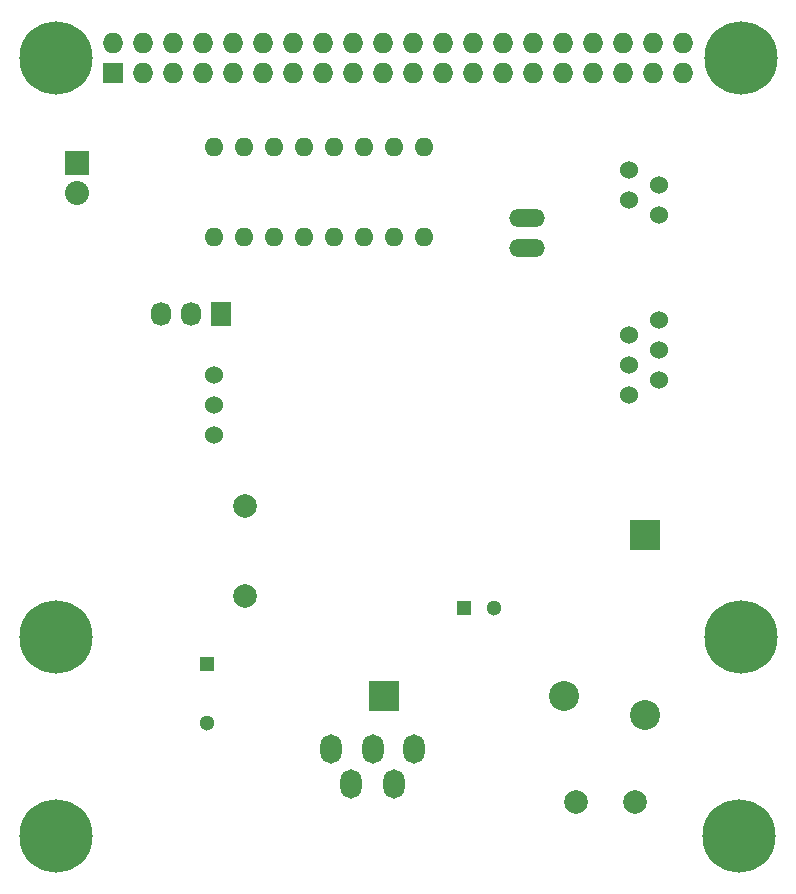
<source format=gbs>
G04 #@! TF.FileFunction,Soldermask,Bot*
%FSLAX46Y46*%
G04 Gerber Fmt 4.6, Leading zero omitted, Abs format (unit mm)*
G04 Created by KiCad (PCBNEW 4.0.2+dfsg1-2~bpo8+1-stable) date Mon 31 Oct 2016 00:56:32 GMT*
%MOMM*%
G01*
G04 APERTURE LIST*
%ADD10C,0.100000*%
%ADD11C,6.200000*%
%ADD12C,1.524000*%
%ADD13O,1.600000X1.600000*%
%ADD14R,1.300000X1.300000*%
%ADD15C,1.300000*%
%ADD16O,1.800860X2.499360*%
%ADD17C,2.540000*%
%ADD18R,2.540000X2.540000*%
%ADD19O,3.014980X1.506220*%
%ADD20C,1.998980*%
%ADD21R,2.032000X2.032000*%
%ADD22O,2.032000X2.032000*%
%ADD23R,1.727200X2.032000*%
%ADD24O,1.727200X2.032000*%
%ADD25R,1.727200X1.727200*%
%ADD26O,1.727200X1.727200*%
%ADD27C,2.000000*%
G04 APERTURE END LIST*
D10*
D11*
X179500000Y-124500000D03*
X121610000Y-124500000D03*
D12*
X172740000Y-69370000D03*
X172740000Y-71910000D03*
X170200000Y-70640000D03*
X170200000Y-68100000D03*
D13*
X135000000Y-73800000D03*
X137540000Y-73800000D03*
X140080000Y-73800000D03*
X142620000Y-73800000D03*
X145160000Y-73800000D03*
X147700000Y-73800000D03*
X150240000Y-73800000D03*
X152780000Y-73800000D03*
X152780000Y-66180000D03*
X150240000Y-66180000D03*
X147700000Y-66180000D03*
X145160000Y-66180000D03*
X142620000Y-66180000D03*
X140080000Y-66180000D03*
X137540000Y-66180000D03*
X135000000Y-66180000D03*
D14*
X134450000Y-109900000D03*
D15*
X134450000Y-114900000D03*
X158700000Y-105150000D03*
D14*
X156200000Y-105150000D03*
D16*
X148450000Y-117100160D03*
X151950120Y-117100160D03*
X144949880Y-117100160D03*
X146649140Y-120099900D03*
X150250860Y-120099900D03*
D11*
X179610000Y-107610000D03*
X179610000Y-58610000D03*
X121610000Y-107620000D03*
X121610000Y-58610000D03*
D17*
X171502960Y-114241220D03*
D18*
X171502960Y-99001220D03*
D17*
X164691220Y-112647040D03*
D18*
X149451220Y-112647040D03*
D19*
X161500000Y-74670000D03*
X161500000Y-72130000D03*
D20*
X137655000Y-96555000D03*
X137655000Y-104175000D03*
D21*
X123400000Y-67500000D03*
D22*
X123400000Y-70040000D03*
D23*
X135636000Y-80264000D03*
D24*
X133096000Y-80264000D03*
X130556000Y-80264000D03*
D12*
X135000000Y-88040000D03*
X135000000Y-90580000D03*
X135000000Y-85500000D03*
D25*
X126470000Y-59870000D03*
D26*
X126470000Y-57330000D03*
X129010000Y-59870000D03*
X129010000Y-57330000D03*
X131550000Y-59870000D03*
X131550000Y-57330000D03*
X134090000Y-59870000D03*
X134090000Y-57330000D03*
X136630000Y-59870000D03*
X136630000Y-57330000D03*
X139170000Y-59870000D03*
X139170000Y-57330000D03*
X141710000Y-59870000D03*
X141710000Y-57330000D03*
X144250000Y-59870000D03*
X144250000Y-57330000D03*
X146790000Y-59870000D03*
X146790000Y-57330000D03*
X149330000Y-59870000D03*
X149330000Y-57330000D03*
X151870000Y-59870000D03*
X151870000Y-57330000D03*
X154410000Y-59870000D03*
X154410000Y-57330000D03*
X156950000Y-59870000D03*
X156950000Y-57330000D03*
X159490000Y-59870000D03*
X159490000Y-57330000D03*
X162030000Y-59870000D03*
X162030000Y-57330000D03*
X164570000Y-59870000D03*
X164570000Y-57330000D03*
X167110000Y-59870000D03*
X167110000Y-57330000D03*
X169650000Y-59870000D03*
X169650000Y-57330000D03*
X172190000Y-59870000D03*
X172190000Y-57330000D03*
X174730000Y-59870000D03*
X174730000Y-57330000D03*
D12*
X170200000Y-84640000D03*
X170200000Y-82100000D03*
X170200000Y-87180000D03*
X172740000Y-80830000D03*
X172740000Y-83370000D03*
X172740000Y-85910000D03*
D27*
X165700000Y-121600000D03*
X170700000Y-121600000D03*
M02*

</source>
